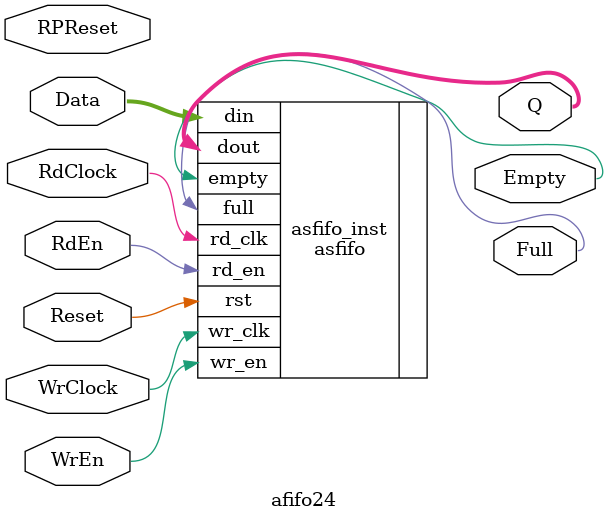
<source format=v>
`default_nettype none
module afifo24 (
        input wire [23:0] Data,
        input wire WrClock,
        input wire RdClock,
        input wire WrEn,
        input wire RdEn,
        input wire Reset,
        input wire RPReset,
        output wire [23:0] Q,
        output wire Empty,
        output wire Full
);

asfifo # (
        .DATA_WIDTH(12),
        .ADDRESS_WIDTH(16)
) asfifo_inst (
        .dout(Q), 
        .empty(Empty),
        .rd_en(RdEn),
        .rd_clk(RdClock),        
        .din(Data),  
        .full(Full),
        .wr_en(WrEn),
        .wr_clk(WrClock),
        .rst(Reset)
);

endmodule
`default_nettype wire

</source>
